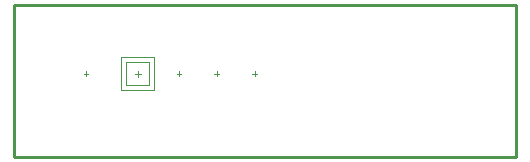
<source format=gko>
G04 Layer_Color=16711935*
%FSLAX44Y44*%
%MOMM*%
G71*
G01*
G75*
%ADD18C,0.1000*%
%ADD19C,0.2540*%
%ADD20C,0.0500*%
D18*
X81000Y88001D02*
Y92001D01*
X79000Y90001D02*
X83000D01*
X159750Y88000D02*
Y92000D01*
X157750Y90000D02*
X161750D01*
X191750Y88000D02*
Y92000D01*
X189750Y90000D02*
X193750D01*
X224000Y88000D02*
Y92000D01*
X222000Y90000D02*
X226000D01*
X134750Y80001D02*
Y100001D01*
X114750Y80001D02*
X134750D01*
X114750D02*
Y100001D01*
X134750D01*
X122250Y90001D02*
X127250D01*
X124750Y87500D02*
Y92501D01*
D19*
X20250Y148000D02*
X445000D01*
X445250Y52250D02*
Y116250D01*
X445000Y20000D02*
X445250Y20250D01*
X20500Y19750D02*
X445000D01*
X20250Y20000D02*
X20500Y19750D01*
X20250Y20000D02*
Y148000D01*
X445250Y20250D02*
Y52250D01*
Y116250D02*
Y148250D01*
D20*
X139000Y75750D02*
Y104251D01*
X110500Y75750D02*
X139000D01*
X110500D02*
Y104251D01*
X139000D01*
M02*

</source>
